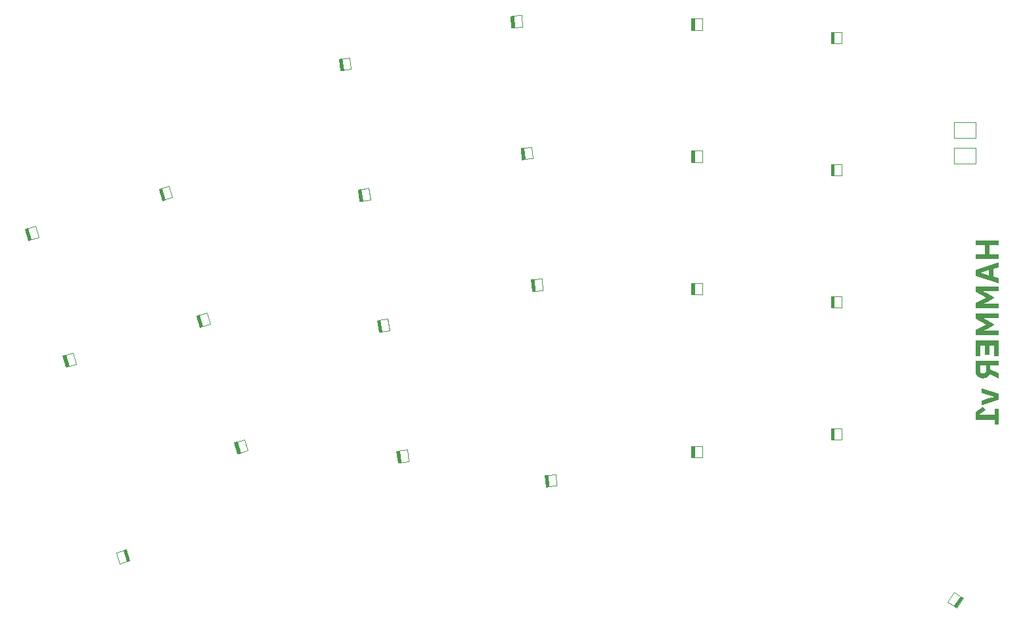
<source format=gbr>
%TF.GenerationSoftware,KiCad,Pcbnew,6.0.11-2627ca5db0~126~ubuntu22.04.1*%
%TF.CreationDate,2023-05-24T00:13:44-05:00*%
%TF.ProjectId,pcb,7063622e-6b69-4636-9164-5f7063625858,rev?*%
%TF.SameCoordinates,Original*%
%TF.FileFunction,Legend,Bot*%
%TF.FilePolarity,Positive*%
%FSLAX46Y46*%
G04 Gerber Fmt 4.6, Leading zero omitted, Abs format (unit mm)*
G04 Created by KiCad (PCBNEW 6.0.11-2627ca5db0~126~ubuntu22.04.1) date 2023-05-24 00:13:44*
%MOMM*%
%LPD*%
G01*
G04 APERTURE LIST*
%ADD10C,0.000000*%
%ADD11C,0.120000*%
G04 APERTURE END LIST*
D10*
G36*
X201074867Y-81674093D02*
G01*
X200372133Y-81885759D01*
X200372133Y-82872126D01*
X201074867Y-83083793D01*
X201074867Y-83752659D01*
X198120000Y-82791692D01*
X198120000Y-82385294D01*
X198704200Y-82385294D01*
X199826032Y-82715493D01*
X199826033Y-82038160D01*
X198704200Y-82364126D01*
X198704200Y-82385294D01*
X198120000Y-82385294D01*
X198120000Y-81995826D01*
X199826033Y-81433666D01*
X201074867Y-81022160D01*
X201074867Y-81674093D01*
G37*
G36*
X201074867Y-78843549D02*
G01*
X199864133Y-78843549D01*
X199864133Y-79969615D01*
X201074867Y-79969614D01*
X201074867Y-80613082D01*
X198120000Y-80613082D01*
X198120000Y-79969615D01*
X199296867Y-79969614D01*
X199296867Y-78843549D01*
X198120001Y-78843549D01*
X198120000Y-78200082D01*
X201074867Y-78200082D01*
X201074867Y-78843549D01*
G37*
G36*
X201074867Y-94313419D02*
G01*
X199991133Y-94313419D01*
X199991133Y-94774850D01*
X201074867Y-95291318D01*
X201074866Y-96006751D01*
X199914933Y-95426785D01*
X199901754Y-95460110D01*
X199887615Y-95492343D01*
X199872517Y-95523483D01*
X199856460Y-95553529D01*
X199839444Y-95582483D01*
X199821468Y-95610345D01*
X199802534Y-95637114D01*
X199782640Y-95662792D01*
X199761788Y-95687379D01*
X199739976Y-95710874D01*
X199717205Y-95733278D01*
X199693475Y-95754593D01*
X199668787Y-95774816D01*
X199643139Y-95793950D01*
X199616532Y-95811996D01*
X199588967Y-95828949D01*
X199560624Y-95845349D01*
X199531685Y-95860690D01*
X199502151Y-95874975D01*
X199472022Y-95888202D01*
X199441297Y-95900373D01*
X199409977Y-95911485D01*
X199378061Y-95921540D01*
X199345550Y-95930538D01*
X199312444Y-95938477D01*
X199278742Y-95945358D01*
X199244444Y-95951181D01*
X199209553Y-95955946D01*
X199174066Y-95959652D01*
X199137983Y-95962300D01*
X199101306Y-95963888D01*
X199064033Y-95964418D01*
X199037724Y-95964170D01*
X199011712Y-95963425D01*
X198985998Y-95962185D01*
X198960581Y-95960449D01*
X198935462Y-95958216D01*
X198910641Y-95955488D01*
X198886118Y-95952264D01*
X198861892Y-95948543D01*
X198837963Y-95944326D01*
X198814334Y-95939613D01*
X198791001Y-95934405D01*
X198767964Y-95928699D01*
X198745227Y-95922497D01*
X198722787Y-95915801D01*
X198700645Y-95908608D01*
X198678800Y-95900918D01*
X198657303Y-95892766D01*
X198636202Y-95884185D01*
X198615499Y-95875174D01*
X198595192Y-95865733D01*
X198575282Y-95855863D01*
X198555770Y-95845563D01*
X198536654Y-95834833D01*
X198517934Y-95823673D01*
X198499611Y-95812082D01*
X198481685Y-95800061D01*
X198464157Y-95787609D01*
X198447025Y-95774727D01*
X198430291Y-95761413D01*
X198413952Y-95747668D01*
X198398012Y-95733492D01*
X198382468Y-95718885D01*
X198366823Y-95704399D01*
X198351643Y-95689516D01*
X198336925Y-95674236D01*
X198322671Y-95658560D01*
X198308879Y-95642486D01*
X198295551Y-95626015D01*
X198282686Y-95609148D01*
X198270283Y-95591884D01*
X198258344Y-95574223D01*
X198246868Y-95556165D01*
X198235855Y-95537711D01*
X198225303Y-95518859D01*
X198215217Y-95499611D01*
X198205593Y-95479965D01*
X198196431Y-95459924D01*
X198187733Y-95439485D01*
X198179531Y-95418698D01*
X198171858Y-95397614D01*
X198164715Y-95376233D01*
X198158100Y-95354553D01*
X198152015Y-95332576D01*
X198146458Y-95310302D01*
X198141431Y-95287729D01*
X198136933Y-95264859D01*
X198132965Y-95241692D01*
X198129525Y-95218227D01*
X198126615Y-95194463D01*
X198124233Y-95170403D01*
X198122382Y-95146045D01*
X198121058Y-95121390D01*
X198120264Y-95096436D01*
X198119999Y-95071185D01*
X198120000Y-94313419D01*
X198678799Y-94313419D01*
X198678800Y-94990750D01*
X198679098Y-95008500D01*
X198679991Y-95025750D01*
X198681480Y-95042503D01*
X198683562Y-95058759D01*
X198686241Y-95074516D01*
X198689516Y-95089777D01*
X198693385Y-95104541D01*
X198697850Y-95118809D01*
X198702910Y-95132581D01*
X198708566Y-95145857D01*
X198714816Y-95158637D01*
X198721662Y-95170922D01*
X198729104Y-95182713D01*
X198737141Y-95194008D01*
X198745773Y-95204810D01*
X198755000Y-95215118D01*
X198764277Y-95225366D01*
X198774116Y-95234951D01*
X198784517Y-95243878D01*
X198795481Y-95252145D01*
X198807007Y-95259751D01*
X198819095Y-95266696D01*
X198831745Y-95272981D01*
X198844959Y-95278605D01*
X198858733Y-95283568D01*
X198873070Y-95287869D01*
X198887969Y-95291510D01*
X198903431Y-95294488D01*
X198919455Y-95296805D01*
X198936041Y-95298460D01*
X198953189Y-95299453D01*
X198970900Y-95299786D01*
X199157167Y-95299785D01*
X199174894Y-95299454D01*
X199192093Y-95298460D01*
X199208762Y-95296805D01*
X199224901Y-95294488D01*
X199240512Y-95291510D01*
X199255593Y-95287869D01*
X199270145Y-95283568D01*
X199284168Y-95278605D01*
X199297662Y-95272981D01*
X199310626Y-95266696D01*
X199323061Y-95259751D01*
X199334967Y-95252145D01*
X199346344Y-95243878D01*
X199357192Y-95234951D01*
X199367510Y-95225365D01*
X199377300Y-95215118D01*
X199386014Y-95204810D01*
X199394166Y-95194008D01*
X199401756Y-95182713D01*
X199408784Y-95170922D01*
X199415250Y-95158637D01*
X199421153Y-95145857D01*
X199426493Y-95132581D01*
X199431274Y-95118809D01*
X199435491Y-95104541D01*
X199439145Y-95089777D01*
X199442238Y-95074516D01*
X199444768Y-95058759D01*
X199446736Y-95042503D01*
X199448142Y-95025750D01*
X199448985Y-95008500D01*
X199449267Y-94990750D01*
X199449267Y-94313419D01*
X198678799Y-94313419D01*
X198120000Y-94313419D01*
X198120000Y-93669951D01*
X201074866Y-93669951D01*
X201074867Y-94313419D01*
G37*
G36*
X201074867Y-93109352D02*
G01*
X200503366Y-93109352D01*
X200503367Y-91741985D01*
X199864133Y-91741985D01*
X199864133Y-92914619D01*
X199296867Y-92914619D01*
X199296867Y-91741985D01*
X198691500Y-91741985D01*
X198691500Y-93109352D01*
X198120000Y-93109352D01*
X198119999Y-91098519D01*
X201074867Y-91098519D01*
X201074867Y-93109352D01*
G37*
G36*
X199368833Y-100029478D02*
G01*
X198581433Y-100630609D01*
X198581433Y-100668711D01*
X200562633Y-100668710D01*
X200562633Y-99872842D01*
X201074867Y-99872842D01*
X201074867Y-101930242D01*
X200562633Y-101930242D01*
X200562633Y-101303710D01*
X198120000Y-101303710D01*
X198120000Y-100330043D01*
X199051333Y-99623075D01*
X199368833Y-100029478D01*
G37*
G36*
X201074867Y-88235368D02*
G01*
X199106367Y-88235368D01*
X199106367Y-88248068D01*
X199572032Y-88472434D01*
X200613433Y-89035510D01*
X199567800Y-89611242D01*
X199136000Y-89827143D01*
X199136000Y-89839842D01*
X201074867Y-89839842D01*
X201074867Y-90445210D01*
X198120000Y-90445210D01*
X198120000Y-89759408D01*
X199504300Y-89043976D01*
X199504300Y-89035510D01*
X198120000Y-88311566D01*
X198120000Y-87630000D01*
X201074867Y-87630000D01*
X201074867Y-88235368D01*
G37*
G36*
X201074867Y-97963185D02*
G01*
X201074867Y-98708253D01*
X198852367Y-99436385D01*
X198852367Y-98843719D01*
X199749833Y-98577020D01*
X200554167Y-98369586D01*
X200554166Y-98335719D01*
X199749833Y-98128286D01*
X198852367Y-97853117D01*
X198852367Y-97235051D01*
X201074867Y-97963185D01*
G37*
G36*
X201074866Y-84766839D02*
G01*
X199106367Y-84766839D01*
X199106367Y-84779539D01*
X199572033Y-85003905D01*
X200613433Y-85566939D01*
X199567800Y-86142672D01*
X199136000Y-86358572D01*
X199136000Y-86371272D01*
X201074867Y-86371272D01*
X201074867Y-86976639D01*
X198120001Y-86976639D01*
X198120000Y-86290840D01*
X199504299Y-85575405D01*
X199504299Y-85566939D01*
X198120000Y-84843039D01*
X198120000Y-84161472D01*
X201074867Y-84161472D01*
X201074866Y-84766839D01*
G37*
D11*
%TO.C,K40*%
X162861299Y-104698528D02*
X162861299Y-106190528D01*
X161654799Y-104698528D02*
X162861299Y-104698528D01*
X161654799Y-106190528D02*
X162861299Y-106190528D01*
X161464299Y-104698528D02*
X161845299Y-104698528D01*
X161845299Y-104698528D02*
X161845299Y-106190528D01*
X161845299Y-106190528D02*
X161464299Y-106190528D01*
X161464299Y-106190528D02*
X161464299Y-104698528D01*
G36*
X161464299Y-104698528D02*
G01*
X161845299Y-104698528D01*
X161845299Y-106190528D01*
X161464299Y-106190528D01*
X161464299Y-104698528D01*
G37*
%TO.C,K50*%
X179654807Y-103900977D02*
X180861307Y-103900977D01*
X179654807Y-102408977D02*
X180861307Y-102408977D01*
X180861307Y-102408977D02*
X180861307Y-103900977D01*
X179464307Y-102408977D02*
X179845307Y-102408977D01*
X179845307Y-102408977D02*
X179845307Y-103900977D01*
X179845307Y-103900977D02*
X179464307Y-103900977D01*
X179464307Y-103900977D02*
X179464307Y-102408977D01*
G36*
X179464307Y-102408977D02*
G01*
X179845307Y-102408977D01*
X179845307Y-103900977D01*
X179464307Y-103900977D01*
X179464307Y-102408977D01*
G37*
%TO.C,K60*%
X195506190Y-125416363D02*
X194498946Y-124752208D01*
X194498946Y-124752208D02*
X195320263Y-123506615D01*
X196327507Y-124170770D02*
X195320263Y-123506615D01*
X195665228Y-125521230D02*
X195347151Y-125311497D01*
X195347151Y-125311497D02*
X196168468Y-124065904D01*
X196168468Y-124065904D02*
X196486545Y-124275638D01*
X196486545Y-124275638D02*
X195665228Y-125521230D01*
G36*
X195665228Y-125521230D02*
G01*
X195347151Y-125311497D01*
X196168468Y-124065904D01*
X196486545Y-124275638D01*
X195665228Y-125521230D01*
G37*
%TO.C,K31*%
X141143643Y-84719734D02*
X142346473Y-84625703D01*
X141027361Y-83232273D02*
X142230191Y-83138242D01*
X142230191Y-83138242D02*
X142346473Y-84625703D01*
X140837440Y-83247120D02*
X141217281Y-83217426D01*
X141217281Y-83217426D02*
X141333563Y-84704887D01*
X141333563Y-84704887D02*
X140953722Y-84734581D01*
X140953722Y-84734581D02*
X140837440Y-83247120D01*
G36*
X140837440Y-83247120D02*
G01*
X141217281Y-83217426D01*
X141333563Y-84704887D01*
X140953722Y-84734581D01*
X140837440Y-83247120D01*
G37*
%TO.C,K02*%
X76927613Y-76357018D02*
X77353860Y-77786835D01*
X75771397Y-76701701D02*
X76927613Y-76357018D01*
X76197644Y-78131518D02*
X77353860Y-77786835D01*
X75588836Y-76756124D02*
X75953957Y-76647277D01*
X75953957Y-76647277D02*
X76380204Y-78077094D01*
X76380204Y-78077094D02*
X76015083Y-78185942D01*
X76015083Y-78185942D02*
X75588836Y-76756124D01*
G36*
X75588836Y-76756124D02*
G01*
X75953957Y-76647277D01*
X76380204Y-78077094D01*
X76015083Y-78185942D01*
X75588836Y-76756124D01*
G37*
%TO.C,K43*%
X161654798Y-51130527D02*
X162861298Y-51130527D01*
X161654798Y-49638527D02*
X162861298Y-49638527D01*
X162861298Y-49638527D02*
X162861298Y-51130527D01*
X161464298Y-49638527D02*
X161845298Y-49638527D01*
X161845298Y-49638527D02*
X161845298Y-51130527D01*
X161845298Y-51130527D02*
X161464298Y-51130527D01*
X161464298Y-51130527D02*
X161464298Y-49638527D01*
G36*
X161464298Y-49638527D02*
G01*
X161845298Y-49638527D01*
X161845298Y-51130527D01*
X161464298Y-51130527D01*
X161464298Y-49638527D01*
G37*
%TO.C,K21*%
X122373823Y-88319691D02*
X122590748Y-89795837D01*
X121397069Y-89971253D02*
X122590748Y-89795837D01*
X121180143Y-88495107D02*
X122373823Y-88319691D01*
X120991667Y-88522804D02*
X121368619Y-88467410D01*
X121368619Y-88467410D02*
X121585544Y-89943556D01*
X121585544Y-89943556D02*
X121208593Y-89998951D01*
X121208593Y-89998951D02*
X120991667Y-88522804D01*
G36*
X120991667Y-88522804D02*
G01*
X121368619Y-88467410D01*
X121585544Y-89943556D01*
X121208593Y-89998951D01*
X120991667Y-88522804D01*
G37*
%TO.C,K53*%
X179654807Y-52840976D02*
X180861307Y-52840976D01*
X179654807Y-51348976D02*
X180861307Y-51348976D01*
X180861307Y-51348976D02*
X180861307Y-52840976D01*
X179464307Y-51348976D02*
X179845307Y-51348976D01*
X179845307Y-51348976D02*
X179845307Y-52840976D01*
X179845307Y-52840976D02*
X179464307Y-52840976D01*
X179464307Y-52840976D02*
X179464307Y-51348976D01*
G36*
X179464307Y-51348976D02*
G01*
X179845307Y-51348976D01*
X179845307Y-52840976D01*
X179464307Y-52840976D01*
X179464307Y-51348976D01*
G37*
%TO.C,K22*%
X118705564Y-71655961D02*
X119899244Y-71480545D01*
X118922490Y-73132107D02*
X120116169Y-72956691D01*
X119899244Y-71480545D02*
X120116169Y-72956691D01*
X118517088Y-71683658D02*
X118894040Y-71628264D01*
X118894040Y-71628264D02*
X119110965Y-73104410D01*
X119110965Y-73104410D02*
X118734014Y-73159805D01*
X118734014Y-73159805D02*
X118517088Y-71683658D01*
G36*
X118517088Y-71683658D02*
G01*
X118894040Y-71628264D01*
X119110965Y-73104410D01*
X118734014Y-73159805D01*
X118517088Y-71683658D01*
G37*
%TO.C,K01*%
X81790029Y-92667668D02*
X82216276Y-94097485D01*
X81060060Y-94442168D02*
X82216276Y-94097485D01*
X80633813Y-93012351D02*
X81790029Y-92667668D01*
X80451252Y-93066774D02*
X80816373Y-92957927D01*
X80816373Y-92957927D02*
X81242620Y-94387744D01*
X81242620Y-94387744D02*
X80877499Y-94496592D01*
X80877499Y-94496592D02*
X80451252Y-93066774D01*
G36*
X80451252Y-93066774D02*
G01*
X80816373Y-92957927D01*
X81242620Y-94387744D01*
X80877499Y-94496592D01*
X80451252Y-93066774D01*
G37*
%TO.C,K42*%
X161654799Y-68150528D02*
X162861299Y-68150528D01*
X162861299Y-66658528D02*
X162861299Y-68150528D01*
X161654799Y-66658528D02*
X162861299Y-66658528D01*
X161464299Y-66658528D02*
X161845299Y-66658528D01*
X161845299Y-66658528D02*
X161845299Y-68150528D01*
X161845299Y-68150528D02*
X161464299Y-68150528D01*
X161464299Y-68150528D02*
X161464299Y-66658528D01*
G36*
X161464299Y-66658528D02*
G01*
X161845299Y-66658528D01*
X161845299Y-68150528D01*
X161464299Y-68150528D01*
X161464299Y-66658528D01*
G37*
%TO.C,K12*%
X93021203Y-71559311D02*
X94177419Y-71214628D01*
X94177419Y-71214628D02*
X94603666Y-72644445D01*
X93447450Y-72989128D02*
X94603666Y-72644445D01*
X92838642Y-71613734D02*
X93203763Y-71504887D01*
X93203763Y-71504887D02*
X93630010Y-72934704D01*
X93630010Y-72934704D02*
X93264889Y-73043552D01*
X93264889Y-73043552D02*
X92838642Y-71613734D01*
G36*
X92838642Y-71613734D02*
G01*
X93203763Y-71504887D01*
X93630010Y-72934704D01*
X93264889Y-73043552D01*
X92838642Y-71613734D01*
G37*
%TO.C,K41*%
X162861300Y-83678528D02*
X162861300Y-85170528D01*
X161654800Y-83678528D02*
X162861300Y-83678528D01*
X161654800Y-85170528D02*
X162861300Y-85170528D01*
X161464300Y-83678528D02*
X161845300Y-83678528D01*
X161845300Y-83678528D02*
X161845300Y-85170528D01*
X161845300Y-85170528D02*
X161464300Y-85170528D01*
X161464300Y-85170528D02*
X161464300Y-83678528D01*
G36*
X161464300Y-83678528D02*
G01*
X161845300Y-83678528D01*
X161845300Y-85170528D01*
X161464300Y-85170528D01*
X161464300Y-83678528D01*
G37*
%TO.C,K11*%
X98309866Y-89299778D02*
X99466082Y-88955095D01*
X97883619Y-87869961D02*
X99039835Y-87525278D01*
X99039835Y-87525278D02*
X99466082Y-88955095D01*
X97701058Y-87924384D02*
X98066179Y-87815537D01*
X98066179Y-87815537D02*
X98492426Y-89245354D01*
X98492426Y-89245354D02*
X98127305Y-89354202D01*
X98127305Y-89354202D02*
X97701058Y-87924384D01*
G36*
X97701058Y-87924384D02*
G01*
X98066179Y-87815537D01*
X98492426Y-89245354D01*
X98127305Y-89354202D01*
X97701058Y-87924384D01*
G37*
%TO.C,K51*%
X179654807Y-85388978D02*
X180861307Y-85388978D01*
X179654807Y-86880978D02*
X180861307Y-86880978D01*
X180861307Y-85388978D02*
X180861307Y-86880978D01*
X179464307Y-85388978D02*
X179845307Y-85388978D01*
X179845307Y-85388978D02*
X179845307Y-86880978D01*
X179845307Y-86880978D02*
X179464307Y-86880978D01*
X179464307Y-86880978D02*
X179464307Y-85388978D01*
G36*
X179464307Y-85388978D02*
G01*
X179845307Y-85388978D01*
X179845307Y-86880978D01*
X179464307Y-86880978D01*
X179464307Y-85388978D01*
G37*
%TO.C,K33*%
X138490663Y-50783275D02*
X139693493Y-50689244D01*
X138374381Y-49295814D02*
X139577211Y-49201783D01*
X139577211Y-49201783D02*
X139693493Y-50689244D01*
X138184460Y-49310661D02*
X138564301Y-49280967D01*
X138564301Y-49280967D02*
X138680583Y-50768428D01*
X138680583Y-50768428D02*
X138300742Y-50798122D01*
X138300742Y-50798122D02*
X138184460Y-49310661D01*
G36*
X138184460Y-49310661D02*
G01*
X138564301Y-49280967D01*
X138680583Y-50768428D01*
X138300742Y-50798122D01*
X138184460Y-49310661D01*
G37*
%TO.C,K00*%
X87767713Y-119832054D02*
X87341466Y-118402237D01*
X88497682Y-118057554D02*
X87341466Y-118402237D01*
X88923929Y-119487371D02*
X87767713Y-119832054D01*
X89106490Y-119432948D02*
X88741369Y-119541795D01*
X88741369Y-119541795D02*
X88315122Y-118111978D01*
X88315122Y-118111978D02*
X88680243Y-118003130D01*
X88680243Y-118003130D02*
X89106490Y-119432948D01*
G36*
X89106490Y-119432948D02*
G01*
X88741369Y-119541795D01*
X88315122Y-118111978D01*
X88680243Y-118003130D01*
X89106490Y-119432948D01*
G37*
%TO.C,K20*%
X123654720Y-105334255D02*
X124848400Y-105158839D01*
X124848400Y-105158839D02*
X125065325Y-106634985D01*
X123871646Y-106810401D02*
X125065325Y-106634985D01*
X123466244Y-105361952D02*
X123843196Y-105306558D01*
X123843196Y-105306558D02*
X124060121Y-106782704D01*
X124060121Y-106782704D02*
X123683170Y-106838099D01*
X123683170Y-106838099D02*
X123466244Y-105361952D01*
G36*
X123466244Y-105361952D02*
G01*
X123843196Y-105306558D01*
X124060121Y-106782704D01*
X123683170Y-106838099D01*
X123466244Y-105361952D01*
G37*
%TO.C,K32*%
X139817154Y-67751504D02*
X141019984Y-67657473D01*
X140903702Y-66170012D02*
X141019984Y-67657473D01*
X139700872Y-66264043D02*
X140903702Y-66170012D01*
X139510951Y-66278890D02*
X139890792Y-66249196D01*
X139890792Y-66249196D02*
X140007074Y-67736657D01*
X140007074Y-67736657D02*
X139627233Y-67766351D01*
X139627233Y-67766351D02*
X139510951Y-66278890D01*
G36*
X139510951Y-66278890D02*
G01*
X139890792Y-66249196D01*
X140007074Y-67736657D01*
X139627233Y-67766351D01*
X139510951Y-66278890D01*
G37*
%TO.C,K23*%
X116230986Y-54816815D02*
X117424666Y-54641399D01*
X117424666Y-54641399D02*
X117641591Y-56117545D01*
X116447912Y-56292961D02*
X117641591Y-56117545D01*
X116042510Y-54844512D02*
X116419462Y-54789118D01*
X116419462Y-54789118D02*
X116636387Y-56265264D01*
X116636387Y-56265264D02*
X116259436Y-56320659D01*
X116259436Y-56320659D02*
X116042510Y-54844512D01*
G36*
X116042510Y-54844512D02*
G01*
X116419462Y-54789118D01*
X116636387Y-56265264D01*
X116259436Y-56320659D01*
X116042510Y-54844512D01*
G37*
%TO.C,K30*%
X142920111Y-109912955D02*
X144122941Y-109818924D01*
X142803829Y-108425494D02*
X144006659Y-108331463D01*
X144006659Y-108331463D02*
X144122941Y-109818924D01*
X142613908Y-108440341D02*
X142993749Y-108410647D01*
X142993749Y-108410647D02*
X143110031Y-109898108D01*
X143110031Y-109898108D02*
X142730190Y-109927802D01*
X142730190Y-109927802D02*
X142613908Y-108440341D01*
G36*
X142613908Y-108440341D02*
G01*
X142993749Y-108410647D01*
X143110031Y-109898108D01*
X142730190Y-109927802D01*
X142613908Y-108440341D01*
G37*
%TO.C,K10*%
X103172283Y-105610428D02*
X104328499Y-105265745D01*
X102746036Y-104180611D02*
X103902252Y-103835928D01*
X103902252Y-103835928D02*
X104328499Y-105265745D01*
X102563475Y-104235034D02*
X102928596Y-104126187D01*
X102928596Y-104126187D02*
X103354843Y-105556004D01*
X103354843Y-105556004D02*
X102989722Y-105664852D01*
X102989722Y-105664852D02*
X102563475Y-104235034D01*
G36*
X102563475Y-104235034D02*
G01*
X102928596Y-104126187D01*
X103354843Y-105556004D01*
X102989722Y-105664852D01*
X102563475Y-104235034D01*
G37*
%TO.C,K52*%
X179654808Y-69860976D02*
X180861308Y-69860976D01*
X179654808Y-68368976D02*
X180861308Y-68368976D01*
X180861308Y-68368976D02*
X180861308Y-69860976D01*
X179464308Y-68368976D02*
X179845308Y-68368976D01*
X179845308Y-68368976D02*
X179845308Y-69860976D01*
X179845308Y-69860976D02*
X179464308Y-69860976D01*
X179464308Y-69860976D02*
X179464308Y-68368976D01*
G36*
X179464308Y-68368976D02*
G01*
X179845308Y-68368976D01*
X179845308Y-69860976D01*
X179464308Y-69860976D01*
X179464308Y-68368976D01*
G37*
%TO.C,JP3*%
X195333940Y-64983120D02*
X198133940Y-64983120D01*
X195333940Y-62983120D02*
X195333940Y-64983120D01*
X198133940Y-64983120D02*
X198133940Y-62983120D01*
X198133940Y-62983120D02*
X195333940Y-62983120D01*
%TO.C,JP2*%
X195333940Y-68285120D02*
X198133940Y-68285120D01*
X198133940Y-66285120D02*
X195333940Y-66285120D01*
X195333940Y-66285120D02*
X195333940Y-68285120D01*
X198133940Y-68285120D02*
X198133940Y-66285120D01*
%TD*%
M02*

</source>
